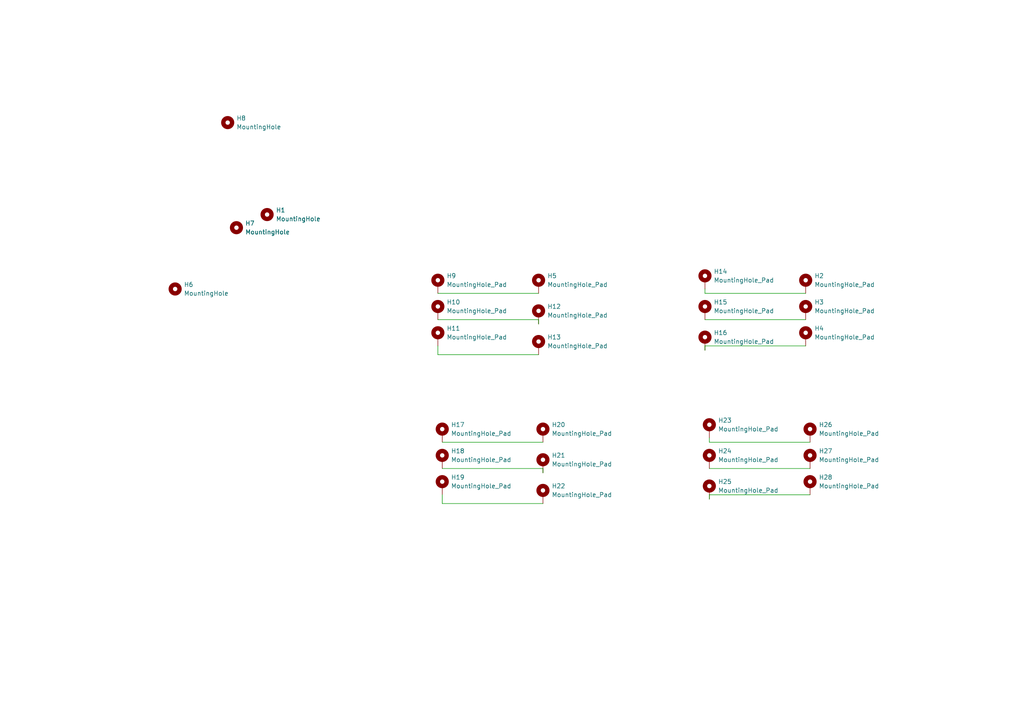
<source format=kicad_sch>
(kicad_sch (version 20231120) (generator "eeschema") (generator_version "8.0")
  (paper "A4")
  (lib_symbols
    (symbol "Mechanical:MountingHole" (pin_names (offset 1.016)) (exclude_from_sim yes) (in_bom no)
      (property "Reference" "H" (at 0 5.08 0))
      (property "Value" "MountingHole" (at 0 3.175 0))
      (symbol "MountingHole_0_1"
        (circle (center 0 0) (radius 1.27) (stroke (width 1.27)))
      )
    )
    (symbol "Mechanical:MountingHole_Pad" (pin_numbers hide) (pin_names (offset 1.016) hide) (exclude_from_sim yes) (in_bom no)
      (property "Reference" "H" (at 0 6.35 0))
      (property "Value" "MountingHole_Pad" (at 0 4.445 0))
      (symbol "MountingHole_Pad_0_1"
        (circle (center 0 1.27) (radius 1.27) (stroke (width 1.27)))
      )
      (symbol "MountingHole_Pad_1_1"
        (pin input line (at 0 -2.54 90) (length 2.54) (name "1") (number "1"))
      )
    )
  )
  (wire (pts (xy 127 92.71) (xy 156.21 92.71)))
  (wire (pts (xy 234.95 143.51) (xy 205.74 143.51)))
  (wire (pts (xy 128.27 128.27) (xy 157.48 128.27)))
  (wire (pts (xy 204.47 85.09) (xy 204.47 83.82)))
  (wire (pts (xy 156.21 92.71) (xy 156.21 93.98)))
  (wire (pts (xy 128.27 135.89) (xy 157.48 135.89)))
  (wire (pts (xy 127 85.09) (xy 156.21 85.09)))
  (wire (pts (xy 205.74 128.27) (xy 205.74 127)))
  (wire (pts (xy 234.95 128.27) (xy 205.74 128.27)))
  (wire (pts (xy 157.48 146.05) (xy 128.27 146.05)))
  (wire (pts (xy 204.47 92.71) (xy 233.68 92.71)))
  (wire (pts (xy 233.68 85.09) (xy 204.47 85.09)))
  (wire (pts (xy 204.47 100.33) (xy 204.47 101.6)))
  (wire (pts (xy 205.74 135.89) (xy 234.95 135.89)))
  (wire (pts (xy 157.48 135.89) (xy 157.48 137.16)))
  (wire (pts (xy 205.74 143.51) (xy 205.74 144.78)))
  (wire (pts (xy 156.21 102.87) (xy 127 102.87)))
  (wire (pts (xy 233.68 100.33) (xy 204.47 100.33)))
  (wire (pts (xy 128.27 146.05) (xy 128.27 143.51)))
  (wire (pts (xy 127 102.87) (xy 127 100.33)))
  (symbol (lib_id "Mechanical:MountingHole") (at 68.58 66.04 0) (unit 1) (exclude_from_sim yes) (in_bom no)
    (property "Reference" "H7" (at 71.12 64.7699 0) (effects (justify left)))
    (property "Value" "MountingHole" (at 71.12 67.3099 0) (effects (justify left)))
    (property "Footprint" "MountingHole:MountingHole_3.2mm_M3" (effects (hide yes)))
    (property "Description" "Mounting Hole without connection" (effects (hide yes)))
  )
  (symbol (lib_id "Mechanical:MountingHole_Pad") (at 127 90.17 0) (unit 1) (exclude_from_sim yes) (in_bom no)
    (property "Reference" "H10" (at 129.54 87.6299 0) (effects (justify left)))
    (property "Value" "MountingHole_Pad" (at 129.54 90.1699 0) (effects (justify left)))
    (property "Footprint" "MountingHole:MountingHole_3.2mm_M3_DIN965_Pad" (effects (hide yes)))
    (property "Description" "Mounting Hole with connection" (effects (hide yes)))
  )
  (symbol (lib_id "Mechanical:MountingHole_Pad") (at 204.47 81.28 0) (unit 1) (exclude_from_sim yes) (in_bom no)
    (property "Reference" "H14" (at 207.01 78.7399 0) (effects (justify left)))
    (property "Value" "MountingHole_Pad" (at 207.01 81.2799 0) (effects (justify left)))
    (property "Footprint" "Custom:ESCPAD" (effects (hide yes)))
    (property "Description" "Mounting Hole with connection" (effects (hide yes)))
  )
  (symbol (lib_id "Mechanical:MountingHole_Pad") (at 128.27 133.35 0) (unit 1) (exclude_from_sim yes) (in_bom no)
    (property "Reference" "H18" (at 130.81 130.8099 0) (effects (justify left)))
    (property "Value" "MountingHole_Pad" (at 130.81 133.3499 0) (effects (justify left)))
    (property "Footprint" "MountingHole:MountingHole_3.2mm_M3_DIN965_Pad" (effects (hide yes)))
    (property "Description" "Mounting Hole with connection" (effects (hide yes)))
  )
  (symbol (lib_id "Mechanical:MountingHole_Pad") (at 127 82.55 0) (unit 1) (exclude_from_sim yes) (in_bom no)
    (property "Reference" "H9" (at 129.54 80.0099 0) (effects (justify left)))
    (property "Value" "MountingHole_Pad" (at 129.54 82.5499 0) (effects (justify left)))
    (property "Footprint" "MountingHole:MountingHole_3.2mm_M3_DIN965_Pad" (effects (hide yes)))
    (property "Description" "Mounting Hole with connection" (effects (hide yes)))
  )
  (symbol (lib_id "Mechanical:MountingHole_Pad") (at 156.21 91.44 0) (unit 1) (exclude_from_sim yes) (in_bom no)
    (property "Reference" "H12" (at 158.75 88.8999 0) (effects (justify left)))
    (property "Value" "MountingHole_Pad" (at 158.75 91.4399 0) (effects (justify left)))
    (property "Footprint" "Custom:ESCPAD" (effects (hide yes)))
    (property "Description" "Mounting Hole with connection" (effects (hide yes)))
  )
  (symbol (lib_id "Mechanical:MountingHole_Pad") (at 234.95 125.73 0) (unit 1) (exclude_from_sim yes) (in_bom no)
    (property "Reference" "H26" (at 237.49 123.1899 0) (effects (justify left)))
    (property "Value" "MountingHole_Pad" (at 237.49 125.7299 0) (effects (justify left)))
    (property "Footprint" "MountingHole:MountingHole_3.2mm_M3_DIN965_Pad" (effects (hide yes)))
    (property "Description" "Mounting Hole with connection" (effects (hide yes)))
  )
  (symbol (lib_id "Mechanical:MountingHole_Pad") (at 156.21 82.55 0) (unit 1) (exclude_from_sim yes) (in_bom no)
    (property "Reference" "H5" (at 158.75 80.0099 0) (effects (justify left)))
    (property "Value" "MountingHole_Pad" (at 158.75 82.5499 0) (effects (justify left)))
    (property "Footprint" "Custom:ESCPAD" (effects (hide yes)))
    (property "Description" "Mounting Hole with connection" (effects (hide yes)))
  )
  (symbol (lib_id "Mechanical:MountingHole") (at 77.47 62.23 0) (unit 1) (exclude_from_sim yes) (in_bom no)
    (property "Reference" "H1" (at 80.01 60.9599 0) (effects (justify left)))
    (property "Value" "MountingHole" (at 80.01 63.4999 0) (effects (justify left)))
    (property "Footprint" "MountingHole:MountingHole_3.2mm_M3" (effects (hide yes)))
    (property "Description" "Mounting Hole without connection" (effects (hide yes)))
  )
  (symbol (lib_id "Mechanical:MountingHole_Pad") (at 234.95 140.97 0) (unit 1) (exclude_from_sim yes) (in_bom no)
    (property "Reference" "H28" (at 237.49 138.4299 0) (effects (justify left)))
    (property "Value" "MountingHole_Pad" (at 237.49 140.9699 0) (effects (justify left)))
    (property "Footprint" "MountingHole:MountingHole_3.2mm_M3_DIN965_Pad" (effects (hide yes)))
    (property "Description" "Mounting Hole with connection" (effects (hide yes)))
  )
  (symbol (lib_id "Mechanical:MountingHole_Pad") (at 205.74 124.46 0) (unit 1) (exclude_from_sim yes) (in_bom no)
    (property "Reference" "H23" (at 208.28 121.9199 0) (effects (justify left)))
    (property "Value" "MountingHole_Pad" (at 208.28 124.4599 0) (effects (justify left)))
    (property "Footprint" "Custom:ESCPAD" (effects (hide yes)))
    (property "Description" "Mounting Hole with connection" (effects (hide yes)))
  )
  (symbol (lib_id "Mechanical:MountingHole_Pad") (at 234.95 133.35 0) (unit 1) (exclude_from_sim yes) (in_bom no)
    (property "Reference" "H27" (at 237.49 130.8099 0) (effects (justify left)))
    (property "Value" "MountingHole_Pad" (at 237.49 133.3499 0) (effects (justify left)))
    (property "Footprint" "MountingHole:MountingHole_3.2mm_M3_DIN965_Pad" (effects (hide yes)))
    (property "Description" "Mounting Hole with connection" (effects (hide yes)))
  )
  (symbol (lib_id "Mechanical:MountingHole_Pad") (at 127 97.79 0) (unit 1) (exclude_from_sim yes) (in_bom no)
    (property "Reference" "H11" (at 129.54 95.2499 0) (effects (justify left)))
    (property "Value" "MountingHole_Pad" (at 129.54 97.7899 0) (effects (justify left)))
    (property "Footprint" "MountingHole:MountingHole_3.2mm_M3_DIN965_Pad" (effects (hide yes)))
    (property "Description" "Mounting Hole with connection" (effects (hide yes)))
  )
  (symbol (lib_id "Mechanical:MountingHole_Pad") (at 233.68 97.79 0) (unit 1) (exclude_from_sim yes) (in_bom no)
    (property "Reference" "H4" (at 236.22 95.2499 0) (effects (justify left)))
    (property "Value" "MountingHole_Pad" (at 236.22 97.7899 0) (effects (justify left)))
    (property "Footprint" "MountingHole:MountingHole_3.2mm_M3_DIN965_Pad" (effects (hide yes)))
    (property "Description" "Mounting Hole with connection" (effects (hide yes)))
  )
  (symbol (lib_id "Mechanical:MountingHole_Pad") (at 157.48 134.62 0) (unit 1) (exclude_from_sim yes) (in_bom no)
    (property "Reference" "H21" (at 160.02 132.0799 0) (effects (justify left)))
    (property "Value" "MountingHole_Pad" (at 160.02 134.6199 0) (effects (justify left)))
    (property "Footprint" "Custom:ESCPAD" (effects (hide yes)))
    (property "Description" "Mounting Hole with connection" (effects (hide yes)))
  )
  (symbol (lib_id "Mechanical:MountingHole_Pad") (at 128.27 140.97 0) (unit 1) (exclude_from_sim yes) (in_bom no)
    (property "Reference" "H19" (at 130.81 138.4299 0) (effects (justify left)))
    (property "Value" "MountingHole_Pad" (at 130.81 140.9699 0) (effects (justify left)))
    (property "Footprint" "MountingHole:MountingHole_3.2mm_M3_DIN965_Pad" (effects (hide yes)))
    (property "Description" "Mounting Hole with connection" (effects (hide yes)))
  )
  (symbol (lib_id "Mechanical:MountingHole_Pad") (at 233.68 90.17 0) (unit 1) (exclude_from_sim yes) (in_bom no)
    (property "Reference" "H3" (at 236.22 87.6299 0) (effects (justify left)))
    (property "Value" "MountingHole_Pad" (at 236.22 90.1699 0) (effects (justify left)))
    (property "Footprint" "MountingHole:MountingHole_3.2mm_M3_DIN965_Pad" (effects (hide yes)))
    (property "Description" "Mounting Hole with connection" (effects (hide yes)))
  )
  (symbol (lib_id "Mechanical:MountingHole_Pad") (at 156.21 100.33 0) (unit 1) (exclude_from_sim yes) (in_bom no)
    (property "Reference" "H13" (at 158.75 97.7899 0) (effects (justify left)))
    (property "Value" "MountingHole_Pad" (at 158.75 100.3299 0) (effects (justify left)))
    (property "Footprint" "Custom:ESCPAD" (effects (hide yes)))
    (property "Description" "Mounting Hole with connection" (effects (hide yes)))
  )
  (symbol (lib_id "Mechanical:MountingHole_Pad") (at 233.68 82.55 0) (unit 1) (exclude_from_sim yes) (in_bom no)
    (property "Reference" "H2" (at 236.22 80.0099 0) (effects (justify left)))
    (property "Value" "MountingHole_Pad" (at 236.22 82.5499 0) (effects (justify left)))
    (property "Footprint" "MountingHole:MountingHole_3.2mm_M3_DIN965_Pad" (effects (hide yes)))
    (property "Description" "Mounting Hole with connection" (effects (hide yes)))
  )
  (symbol (lib_id "Mechanical:MountingHole_Pad") (at 157.48 125.73 0) (unit 1) (exclude_from_sim yes) (in_bom no)
    (property "Reference" "H20" (at 160.02 123.1899 0) (effects (justify left)))
    (property "Value" "MountingHole_Pad" (at 160.02 125.7299 0) (effects (justify left)))
    (property "Footprint" "Custom:ESCPAD" (effects (hide yes)))
    (property "Description" "Mounting Hole with connection" (effects (hide yes)))
  )
  (symbol (lib_id "Mechanical:MountingHole_Pad") (at 157.48 143.51 0) (unit 1) (exclude_from_sim yes) (in_bom no)
    (property "Reference" "H22" (at 160.02 140.9699 0) (effects (justify left)))
    (property "Value" "MountingHole_Pad" (at 160.02 143.5099 0) (effects (justify left)))
    (property "Footprint" "Custom:ESCPAD" (effects (hide yes)))
    (property "Description" "Mounting Hole with connection" (effects (hide yes)))
  )
  (symbol (lib_id "Mechanical:MountingHole_Pad") (at 204.47 90.17 0) (unit 1) (exclude_from_sim yes) (in_bom no)
    (property "Reference" "H15" (at 207.01 87.6299 0) (effects (justify left)))
    (property "Value" "MountingHole_Pad" (at 207.01 90.1699 0) (effects (justify left)))
    (property "Footprint" "Custom:ESCPAD" (effects (hide yes)))
    (property "Description" "Mounting Hole with connection" (effects (hide yes)))
  )
  (symbol (lib_id "Mechanical:MountingHole") (at 66.04 35.56 0) (unit 1) (exclude_from_sim yes) (in_bom no)
    (property "Reference" "H8" (at 68.58 34.2899 0) (effects (justify left)))
    (property "Value" "MountingHole" (at 68.58 36.8299 0) (effects (justify left)))
    (property "Footprint" "MountingHole:MountingHole_3.2mm_M3" (effects (hide yes)))
    (property "Description" "Mounting Hole without connection" (effects (hide yes)))
  )
  (symbol (lib_id "Mechanical:MountingHole_Pad") (at 128.27 125.73 0) (unit 1) (exclude_from_sim yes) (in_bom no)
    (property "Reference" "H17" (at 130.81 123.1899 0) (effects (justify left)))
    (property "Value" "MountingHole_Pad" (at 130.81 125.7299 0) (effects (justify left)))
    (property "Footprint" "MountingHole:MountingHole_3.2mm_M3_DIN965_Pad" (effects (hide yes)))
    (property "Description" "Mounting Hole with connection" (effects (hide yes)))
  )
  (symbol (lib_id "Mechanical:MountingHole_Pad") (at 205.74 142.24 0) (unit 1) (exclude_from_sim yes) (in_bom no)
    (property "Reference" "H25" (at 208.28 139.6999 0) (effects (justify left)))
    (property "Value" "MountingHole_Pad" (at 208.28 142.2399 0) (effects (justify left)))
    (property "Footprint" "Custom:ESCPAD" (effects (hide yes)))
    (property "Description" "Mounting Hole with connection" (effects (hide yes)))
  )
  (symbol (lib_id "Mechanical:MountingHole_Pad") (at 205.74 133.35 0) (unit 1) (exclude_from_sim yes) (in_bom no)
    (property "Reference" "H24" (at 208.28 130.8099 0) (effects (justify left)))
    (property "Value" "MountingHole_Pad" (at 208.28 133.3499 0) (effects (justify left)))
    (property "Footprint" "Custom:ESCPAD" (effects (hide yes)))
    (property "Description" "Mounting Hole with connection" (effects (hide yes)))
  )
  (symbol (lib_id "Mechanical:MountingHole_Pad") (at 204.47 99.06 0) (unit 1) (exclude_from_sim yes) (in_bom no)
    (property "Reference" "H16" (at 207.01 96.5199 0) (effects (justify left)))
    (property "Value" "MountingHole_Pad" (at 207.01 99.0599 0) (effects (justify left)))
    (property "Footprint" "Custom:ESCPAD" (effects (hide yes)))
    (property "Description" "Mounting Hole with connection" (effects (hide yes)))
  )
  (symbol (lib_id "Mechanical:MountingHole") (at 50.8 83.82 0) (unit 1) (exclude_from_sim yes) (in_bom no)
    (property "Reference" "H6" (at 53.34 82.5499 0) (effects (justify left)))
    (property "Value" "MountingHole" (at 53.34 85.0899 0) (effects (justify left)))
    (property "Footprint" "MountingHole:MountingHole_3.2mm_M3" (effects (hide yes)))
    (property "Description" "Mounting Hole without connection" (effects (hide yes)))
  )
)
</source>
